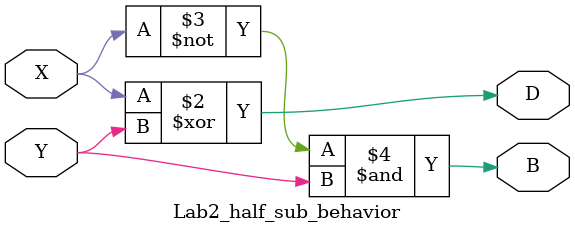
<source format=v>
module Lab2_half_sub_behavior(X,Y,B,D);
    output  B,D;
    input   X,Y;

    reg     B,D;

    always@(X or Y) begin
      D<=X^Y;
      B<=(~X)&Y;
    end 
endmodule
</source>
